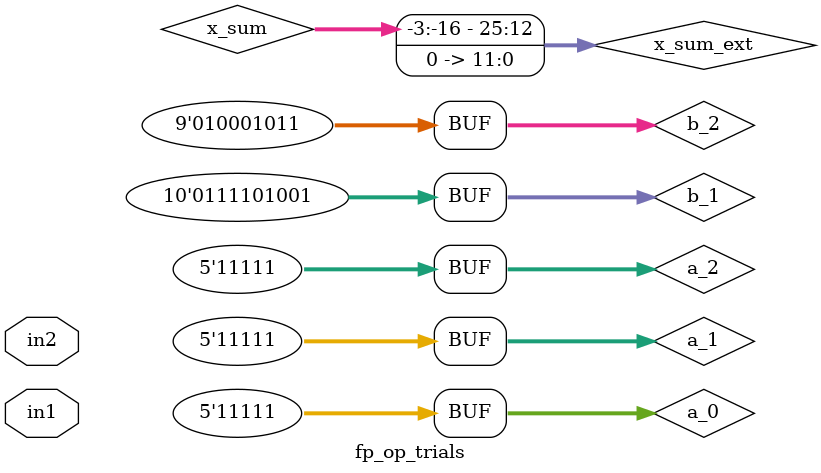
<source format=v>
module fp_op_trials (
    input  wire signed  [2:-6]  in1,
    input  wire signed  [1:-15] in2
);

    wire signed [-9:-19] x_mul_0;
    wire signed [-8:-18] x_mul_1;
    wire signed [2:-23] y_mul_1;
    wire signed [2:-22] y_mul_2;

    wire signed [2:-16] x_sum;
    wire signed [3:-23]  y_sum;

    wire signed [2:-23] x_sum_ext;
    // x coefficients
    wire [-11:-15] a_0 = 5'b11111;  //U[-10,5]
    wire [-10:-14] a_1 = 5'b11111;  //U[-9,5]
    wire [-11:-15] a_2 = 5'b11111;  //U[-10,5]
    // y coefficients
    wire [1:-8] b_1 = 9'b111101001; //U[1,8]
    wire signed [1:-7] b_2 = 8'b10001011; //S[1,7]

    assign x_mul_0 = in1 * a_0;
    assign x_mul_1 = in1 * a_1;

    assign y_mul_1 = in2 * b_1;
    assign y_mul_2 = in2 * b_2;

    assign x_sum   = in1 + a_0;
    assign y_sum   = in2 + b_1;

    assign x_sum_ext = x_sum << 12;


    
endmodule

</source>
